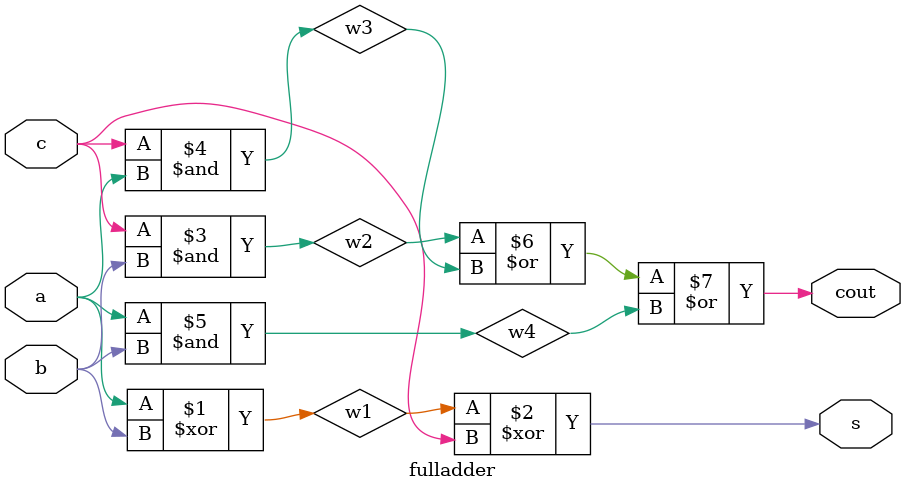
<source format=v>
/* ========================================================= */
/*                  32BIT SLT MODULE                         */
/* ========================================================= */
module slt(x,y,set,overflow);
	input [3:0] x, y;
	output set, overflow;
	wire [3:0] ynot, one, sum, result;
	assign one = 4'b1;
	wire overflow1, overflow2, zero;
	assign zero = 1'b0;
	
	not(ynot[0],y[0]);
	not(ynot[1],y[1]);
	not(ynot[2],y[2]);
	not(ynot[3],y[3]);
	
	add adder0 (ynot,one,sum,overflow1,zero);
	add adder1 (x,sum,result,overflow2,zero);
	
	or(overflow,overflow1,overflow2);
	
	assign set = result[3];
	
	/* FOR TESTING:
	assign x = 4'b0001;
	assign y = 4'b0111;
	initial
		begin

		$monitor($time,,"x=%b, y=%b, set=%b, overflow=%b sum=%b result=%b",x,y,set,overflow,sum,result);
		$display($time,,"x=%b, y=%b, set=%b, overflow=%b sum=%b result=%b",x,y,set,overflow,sum,result);
		$display($time,,"x=%b, y=%b, set=%b, overflow=%b sum=%b result=%b",x,y,set,overflow,sum,result);
		end
	*/
endmodule


/* ========================================================= */
/*              UNCHANGED DEPENDENCY MODULES                 */
/* ========================================================= */
module add(x,y,s,cout,cin);
	input [3:0] x,y;
	output [3:0] s;
	input cin;
	output cout;
	wire c[3:0];
	
	fulladder f0 (x[0],y[0],cin,s[0],c[0]);
	fulladder f1 (x[1],y[1],c[0],s[1],c[1]);
	fulladder f2 (x[2],y[2],c[1],s[2],c[2]);
	fulladder f3 (x[3],y[3],c[2],s[3],cout);
endmodule

module fulladder(a, b, c, s, cout);
	input a, b, c;
	output s, cout;

	xor #1
		g1(w1, a, b),
		g2(s, w1, c);
	and #1
		g3(w2, c, b),
		g4(w3, c, a),
		g5(w4, a, b);
	or #1
		g6(cout, w2, w3, w4);
endmodule

</source>
